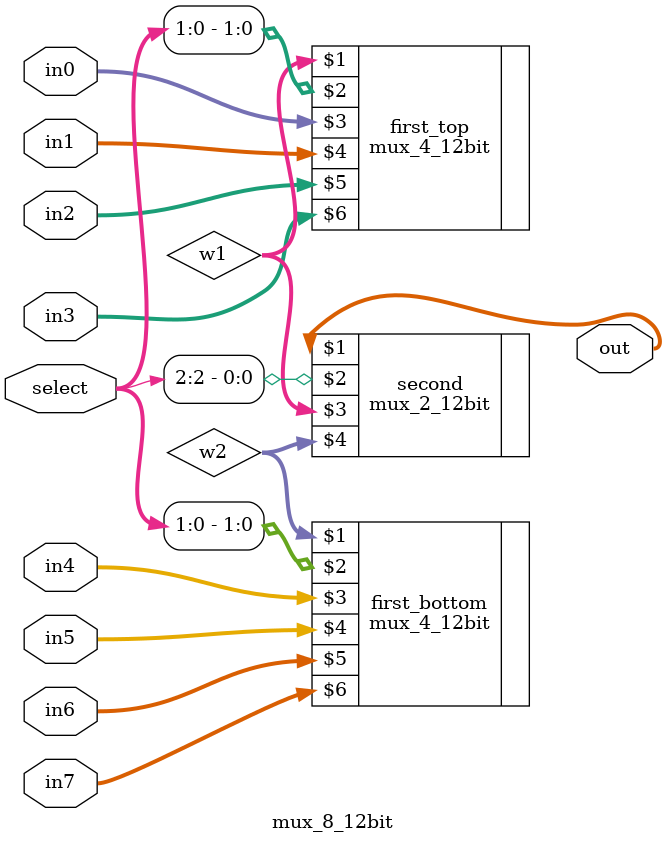
<source format=v>
module mux_8_12bit(out, select, in0, in1, in2, in3, in4, in5, in6, in7);

    input[11:0] in0, in1, in2, in3, in4, in5, in6, in7;
    input[2:0] select;
    output[11:0] out;
    wire[11:0] w1, w2;

    mux_4_12bit first_top(w1, select[1:0], in0, in1, in2, in3);
    mux_4_12bit first_bottom(w2, select[1:0], in4, in5, in6, in7);
    mux_2_12bit second(out, select[2], w1, w2);

endmodule
</source>
